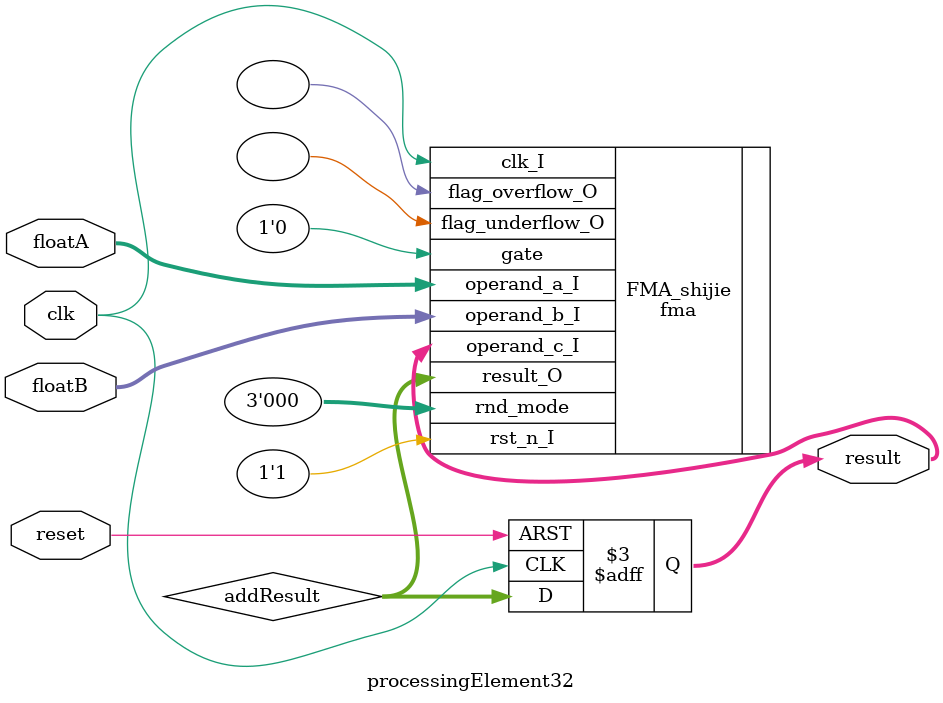
<source format=v>
`timescale 100 ns / 10 ps

module processingElement32(clk,reset,floatA,floatB,result);

parameter DATA_WIDTH = 32;

input clk, reset;
input [DATA_WIDTH-1:0] floatA, floatB;
output reg [DATA_WIDTH-1:0] result;

wire [DATA_WIDTH-1:0] addResult;
//wire [DATA_WIDTH-1:0] multResult;

//floatMult32 FM (floatA,floatB,multResult);      // Á½¸öÐÂµÄÊäÈëÏà³Ë
//floatAdd32 FADD (multResult,result,addResult);  // ÐÂµÄ³Ë·¨½á¹ûºÍÖ®Ç°µÄ³ËÀÛ¼Ó½á¹ûÏà¼Ó

//always @ (posedge clk or posedge reset) begin   // ÑÓ³ÙÒ»Ê±ÖÓÊä³ö£¬±ä³ÉÊ±ÐòÂß¼­£¬ÐÂµÄ³Ë·¨²ÅÄÜÀÛ¼ÓÖ®Ç°½á¹û
//	if (reset == 1'b1) begin
//		result = 0;
//	end else begin
//		result = addResult;
//	end
//end


// Àý»¯Ê¦½ãµÄFMA£¬ÆÚÍûÓëÉÏ·½²úÉúÏàÍ¬µÄ¼ÆËãÓëÊ±Ðò½á¹û

//fma FMA_shijie (floatA,floatB,result2  ,addResult2);      // Á½¸öÐÂµÄÊäÈëÏà³Ë

fma  FMA_shijie(
        .clk_I(clk),
        .rst_n_I(1'b1),
        .operand_a_I(floatA),
        .operand_b_I(floatB),
        .operand_c_I(result),
        .rnd_mode(3'b0),
        .gate(1'b0),

        .result_O(addResult),
        .flag_overflow_O( ),
        .flag_underflow_O( )
    );


always @ (posedge clk or posedge reset) begin   // ÑÓ³ÙÒ»Ê±ÖÓÊä³ö£¬±ä³ÉÊ±ÐòÂß¼­£¬ÐÂµÄ³Ë·¨²ÅÄÜÀÛ¼ÓÖ®Ç°½á¹û
	if (reset == 1'b1) begin
		result = 0;
	end else begin
		result = addResult;
	end
end


endmodule

</source>
